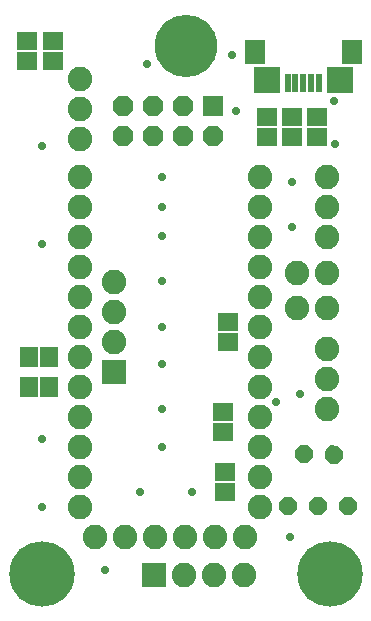
<source format=gts>
G75*
%MOIN*%
%OFA0B0*%
%FSLAX24Y24*%
%IPPOS*%
%LPD*%
%AMOC8*
5,1,8,0,0,1.08239X$1,22.5*
%
%ADD10R,0.0671X0.0592*%
%ADD11R,0.0907X0.0867*%
%ADD12R,0.0710X0.0828*%
%ADD13R,0.0237X0.0611*%
%ADD14R,0.0680X0.0680*%
%ADD15OC8,0.0680*%
%ADD16C,0.0820*%
%ADD17R,0.0592X0.0671*%
%ADD18OC8,0.0600*%
%ADD19R,0.0820X0.0820*%
%ADD20C,0.0120*%
%ADD21C,0.0290*%
%ADD22C,0.2080*%
%ADD23C,0.2180*%
D10*
X014410Y009505D03*
X014410Y010175D03*
X014370Y011515D03*
X014370Y012185D03*
X014510Y014525D03*
X014510Y015195D03*
X015810Y021345D03*
X015810Y022015D03*
X016660Y022015D03*
X016660Y021345D03*
X017500Y021345D03*
X017500Y022015D03*
X008690Y023895D03*
X008690Y024565D03*
X007840Y024565D03*
X007840Y023895D03*
D11*
X015810Y023265D03*
X018250Y023265D03*
D12*
X018644Y024190D03*
X015416Y024190D03*
D13*
X016518Y023137D03*
X016774Y023137D03*
X017030Y023137D03*
X017286Y023137D03*
X017542Y023137D03*
D14*
X014010Y022370D03*
D15*
X014010Y021370D03*
X013010Y021370D03*
X013010Y022370D03*
X012010Y022370D03*
X012010Y021370D03*
X011010Y021370D03*
X011010Y022370D03*
D16*
X009580Y022280D03*
X009580Y021280D03*
X009580Y020030D03*
X009580Y019030D03*
X009580Y018030D03*
X009580Y017030D03*
X009580Y016030D03*
X009580Y015030D03*
X009580Y014030D03*
X009580Y013030D03*
X009580Y012030D03*
X009580Y011030D03*
X009580Y010030D03*
X009580Y009030D03*
X010080Y008030D03*
X011080Y008030D03*
X012080Y008030D03*
X013080Y008030D03*
X014080Y008030D03*
X015080Y008030D03*
X015580Y009030D03*
X015580Y010030D03*
X015580Y011030D03*
X015580Y012030D03*
X015580Y013030D03*
X015580Y014030D03*
X015580Y015030D03*
X015580Y016030D03*
X015580Y017030D03*
X015580Y018030D03*
X015580Y019030D03*
X015580Y020030D03*
X017810Y020030D03*
X017810Y019030D03*
X017810Y018030D03*
X017820Y016820D03*
X017830Y015640D03*
X016830Y015640D03*
X016820Y016820D03*
X017810Y014270D03*
X017810Y013270D03*
X017810Y012270D03*
X015070Y006740D03*
X014070Y006740D03*
X013070Y006740D03*
X010710Y014530D03*
X010710Y015530D03*
X010710Y016530D03*
X009580Y023280D03*
D17*
X008545Y014030D03*
X007875Y014030D03*
X007875Y013030D03*
X008545Y013030D03*
D18*
X016540Y009035D03*
X017540Y009035D03*
X018540Y009035D03*
D19*
X012070Y006740D03*
X010710Y013530D03*
D20*
X016884Y010744D02*
X016824Y010684D01*
X016828Y010882D01*
X016970Y011020D01*
X017168Y011016D01*
X017306Y010874D01*
X017302Y010676D01*
X017160Y010538D01*
X016962Y010542D01*
X016824Y010684D01*
X016915Y010720D01*
X016917Y010843D01*
X017006Y010929D01*
X017129Y010927D01*
X017215Y010838D01*
X017213Y010715D01*
X017124Y010629D01*
X017001Y010631D01*
X016915Y010720D01*
X017006Y010755D01*
X017007Y010805D01*
X017041Y010838D01*
X017091Y010837D01*
X017124Y010803D01*
X017123Y010753D01*
X017089Y010720D01*
X017039Y010721D01*
X017006Y010755D01*
X017874Y010726D02*
X017814Y010666D01*
X017818Y010864D01*
X017960Y011002D01*
X018158Y010998D01*
X018296Y010856D01*
X018292Y010658D01*
X018150Y010520D01*
X017952Y010524D01*
X017814Y010666D01*
X017905Y010702D01*
X017907Y010825D01*
X017996Y010911D01*
X018119Y010909D01*
X018205Y010820D01*
X018203Y010697D01*
X018114Y010611D01*
X017991Y010613D01*
X017905Y010702D01*
X017996Y010737D01*
X017997Y010787D01*
X018031Y010820D01*
X018081Y010819D01*
X018114Y010785D01*
X018113Y010735D01*
X018079Y010702D01*
X018029Y010703D01*
X017996Y010737D01*
D21*
X016930Y012770D03*
X016130Y012510D03*
X013330Y009530D03*
X012330Y011030D03*
X012330Y012280D03*
X012330Y013780D03*
X012330Y015030D03*
X012320Y016550D03*
X012320Y018050D03*
X012330Y019030D03*
X012330Y020030D03*
X014780Y022220D03*
X015810Y022020D03*
X016660Y022010D03*
X018070Y022550D03*
X018080Y021110D03*
X016660Y019840D03*
X016660Y018340D03*
X011830Y023780D03*
X014660Y024090D03*
X008690Y024570D03*
X008320Y021050D03*
X008320Y017800D03*
X007860Y014020D03*
X007840Y013030D03*
X008330Y011280D03*
X008330Y009030D03*
X010430Y006930D03*
X011580Y009530D03*
X016580Y008030D03*
D22*
X013120Y024380D03*
D23*
X008310Y006800D03*
X017920Y006800D03*
M02*

</source>
